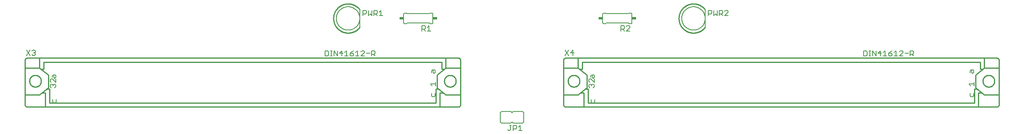
<source format=gbr>
G04 EAGLE Gerber RS-274X export*
G75*
%MOMM*%
%FSLAX34Y34*%
%LPD*%
%INSilkscreen Top*%
%IPPOS*%
%AMOC8*
5,1,8,0,0,1.08239X$1,22.5*%
G01*
%ADD10C,0.254000*%
%ADD11C,0.127000*%
%ADD12C,0.203200*%
%ADD13C,0.152400*%
%ADD14R,0.863600X0.609600*%


D10*
X139700Y158750D02*
X139700Y143510D01*
X146050Y100330D02*
X152400Y100330D01*
X152400Y69850D01*
X990600Y69850D02*
X990600Y100330D01*
X995680Y100330D01*
X1012190Y87630D02*
X1043940Y87630D01*
X1043940Y146050D01*
X1012190Y146050D01*
X993140Y130810D01*
X1003300Y143510D02*
X1003300Y158750D01*
X130810Y146050D02*
X99060Y146050D01*
X99060Y87630D01*
X130810Y146050D02*
X149860Y130810D01*
X130810Y87630D02*
X99060Y87630D01*
X99060Y66040D01*
X139700Y158750D02*
X1003300Y158750D01*
X990600Y69850D02*
X152400Y69850D01*
X1043940Y146050D02*
X1043940Y162560D01*
X1043940Y87630D02*
X1043940Y66040D01*
X1043940Y162560D02*
X1043938Y162700D01*
X1043932Y162840D01*
X1043923Y162980D01*
X1043909Y163119D01*
X1043892Y163258D01*
X1043871Y163396D01*
X1043846Y163534D01*
X1043817Y163671D01*
X1043785Y163807D01*
X1043748Y163942D01*
X1043708Y164076D01*
X1043665Y164209D01*
X1043617Y164341D01*
X1043567Y164472D01*
X1043512Y164601D01*
X1043454Y164728D01*
X1043393Y164854D01*
X1043328Y164978D01*
X1043259Y165100D01*
X1043188Y165220D01*
X1043113Y165338D01*
X1043035Y165455D01*
X1042953Y165569D01*
X1042869Y165680D01*
X1042781Y165789D01*
X1042691Y165896D01*
X1042597Y166001D01*
X1042501Y166102D01*
X1042402Y166201D01*
X1042301Y166297D01*
X1042196Y166391D01*
X1042089Y166481D01*
X1041980Y166569D01*
X1041869Y166653D01*
X1041755Y166735D01*
X1041638Y166813D01*
X1041520Y166888D01*
X1041400Y166959D01*
X1041278Y167028D01*
X1041154Y167093D01*
X1041028Y167154D01*
X1040901Y167212D01*
X1040772Y167267D01*
X1040641Y167317D01*
X1040509Y167365D01*
X1040376Y167408D01*
X1040242Y167448D01*
X1040107Y167485D01*
X1039971Y167517D01*
X1039834Y167546D01*
X1039696Y167571D01*
X1039558Y167592D01*
X1039419Y167609D01*
X1039280Y167623D01*
X1039140Y167632D01*
X1039000Y167638D01*
X1038860Y167640D01*
X1043940Y66040D02*
X1043938Y65900D01*
X1043932Y65760D01*
X1043923Y65620D01*
X1043909Y65481D01*
X1043892Y65342D01*
X1043871Y65204D01*
X1043846Y65066D01*
X1043817Y64929D01*
X1043785Y64793D01*
X1043748Y64658D01*
X1043708Y64524D01*
X1043665Y64391D01*
X1043617Y64259D01*
X1043567Y64128D01*
X1043512Y63999D01*
X1043454Y63872D01*
X1043393Y63746D01*
X1043328Y63622D01*
X1043259Y63500D01*
X1043188Y63380D01*
X1043113Y63262D01*
X1043035Y63145D01*
X1042953Y63031D01*
X1042869Y62920D01*
X1042781Y62811D01*
X1042691Y62704D01*
X1042597Y62599D01*
X1042501Y62498D01*
X1042402Y62399D01*
X1042301Y62303D01*
X1042196Y62209D01*
X1042089Y62119D01*
X1041980Y62031D01*
X1041869Y61947D01*
X1041755Y61865D01*
X1041638Y61787D01*
X1041520Y61712D01*
X1041400Y61641D01*
X1041278Y61572D01*
X1041154Y61507D01*
X1041028Y61446D01*
X1040901Y61388D01*
X1040772Y61333D01*
X1040641Y61283D01*
X1040509Y61235D01*
X1040376Y61192D01*
X1040242Y61152D01*
X1040107Y61115D01*
X1039971Y61083D01*
X1039834Y61054D01*
X1039696Y61029D01*
X1039558Y61008D01*
X1039419Y60991D01*
X1039280Y60977D01*
X1039140Y60968D01*
X1039000Y60962D01*
X1038860Y60960D01*
X99060Y146050D02*
X99060Y162560D01*
X104140Y167640D02*
X130810Y167640D01*
X1012190Y167640D01*
X1038860Y167640D01*
X143510Y60960D02*
X104140Y60960D01*
X143510Y60960D02*
X999490Y60960D01*
X1038860Y60960D01*
X104140Y167640D02*
X104000Y167638D01*
X103860Y167632D01*
X103720Y167623D01*
X103581Y167609D01*
X103442Y167592D01*
X103304Y167571D01*
X103166Y167546D01*
X103029Y167517D01*
X102893Y167485D01*
X102758Y167448D01*
X102624Y167408D01*
X102491Y167365D01*
X102359Y167317D01*
X102228Y167267D01*
X102099Y167212D01*
X101972Y167154D01*
X101846Y167093D01*
X101722Y167028D01*
X101600Y166959D01*
X101480Y166888D01*
X101362Y166813D01*
X101245Y166735D01*
X101131Y166653D01*
X101020Y166569D01*
X100911Y166481D01*
X100804Y166391D01*
X100699Y166297D01*
X100598Y166201D01*
X100499Y166102D01*
X100403Y166001D01*
X100309Y165896D01*
X100219Y165789D01*
X100131Y165680D01*
X100047Y165569D01*
X99965Y165455D01*
X99887Y165338D01*
X99812Y165220D01*
X99741Y165100D01*
X99672Y164978D01*
X99607Y164854D01*
X99546Y164728D01*
X99488Y164601D01*
X99433Y164472D01*
X99383Y164341D01*
X99335Y164209D01*
X99292Y164076D01*
X99252Y163942D01*
X99215Y163807D01*
X99183Y163671D01*
X99154Y163534D01*
X99129Y163396D01*
X99108Y163258D01*
X99091Y163119D01*
X99077Y162980D01*
X99068Y162840D01*
X99062Y162700D01*
X99060Y162560D01*
X99060Y66040D02*
X99062Y65900D01*
X99068Y65760D01*
X99077Y65620D01*
X99091Y65481D01*
X99108Y65342D01*
X99129Y65204D01*
X99154Y65066D01*
X99183Y64929D01*
X99215Y64793D01*
X99252Y64658D01*
X99292Y64524D01*
X99335Y64391D01*
X99383Y64259D01*
X99433Y64128D01*
X99488Y63999D01*
X99546Y63872D01*
X99607Y63746D01*
X99672Y63622D01*
X99741Y63500D01*
X99812Y63380D01*
X99887Y63262D01*
X99965Y63145D01*
X100047Y63031D01*
X100131Y62920D01*
X100219Y62811D01*
X100309Y62704D01*
X100403Y62599D01*
X100499Y62498D01*
X100598Y62399D01*
X100699Y62303D01*
X100804Y62209D01*
X100911Y62119D01*
X101020Y62031D01*
X101131Y61947D01*
X101245Y61865D01*
X101362Y61787D01*
X101480Y61712D01*
X101600Y61641D01*
X101722Y61572D01*
X101846Y61507D01*
X101972Y61446D01*
X102099Y61388D01*
X102228Y61333D01*
X102359Y61283D01*
X102491Y61235D01*
X102624Y61192D01*
X102758Y61152D01*
X102893Y61115D01*
X103029Y61083D01*
X103166Y61054D01*
X103304Y61029D01*
X103442Y61008D01*
X103581Y60991D01*
X103720Y60977D01*
X103860Y60968D01*
X104000Y60962D01*
X104140Y60960D01*
X149860Y102870D02*
X149860Y130810D01*
X149860Y102870D02*
X146050Y100330D01*
X149860Y102870D02*
X130810Y87630D01*
X993140Y102870D02*
X993140Y130810D01*
X993140Y102870D02*
X1012190Y87630D01*
X1012190Y146050D02*
X1012190Y167640D01*
X999490Y91440D02*
X999490Y60960D01*
X1003300Y143510D02*
X1008380Y143510D01*
X1007110Y91440D02*
X999490Y91440D01*
X143510Y91440D02*
X143510Y60960D01*
X130810Y146050D02*
X130810Y167640D01*
X134620Y143510D02*
X139700Y143510D01*
X143510Y91440D02*
X135890Y91440D01*
X108801Y117348D02*
X108805Y117660D01*
X108816Y117971D01*
X108835Y118282D01*
X108862Y118593D01*
X108897Y118903D01*
X108938Y119211D01*
X108988Y119519D01*
X109045Y119826D01*
X109110Y120131D01*
X109182Y120434D01*
X109261Y120735D01*
X109348Y121035D01*
X109442Y121332D01*
X109543Y121627D01*
X109652Y121919D01*
X109768Y122208D01*
X109891Y122495D01*
X110020Y122778D01*
X110157Y123058D01*
X110301Y123335D01*
X110451Y123608D01*
X110608Y123877D01*
X110771Y124142D01*
X110941Y124404D01*
X111118Y124661D01*
X111300Y124913D01*
X111489Y125161D01*
X111684Y125405D01*
X111884Y125643D01*
X112091Y125877D01*
X112303Y126105D01*
X112521Y126328D01*
X112744Y126546D01*
X112972Y126758D01*
X113206Y126965D01*
X113444Y127165D01*
X113688Y127360D01*
X113936Y127549D01*
X114188Y127731D01*
X114445Y127908D01*
X114707Y128078D01*
X114972Y128241D01*
X115241Y128398D01*
X115514Y128548D01*
X115791Y128692D01*
X116071Y128829D01*
X116354Y128958D01*
X116641Y129081D01*
X116930Y129197D01*
X117222Y129306D01*
X117517Y129407D01*
X117814Y129501D01*
X118114Y129588D01*
X118415Y129667D01*
X118718Y129739D01*
X119023Y129804D01*
X119330Y129861D01*
X119638Y129911D01*
X119946Y129952D01*
X120256Y129987D01*
X120567Y130014D01*
X120878Y130033D01*
X121189Y130044D01*
X121501Y130048D01*
X121813Y130044D01*
X122124Y130033D01*
X122435Y130014D01*
X122746Y129987D01*
X123056Y129952D01*
X123364Y129911D01*
X123672Y129861D01*
X123979Y129804D01*
X124284Y129739D01*
X124587Y129667D01*
X124888Y129588D01*
X125188Y129501D01*
X125485Y129407D01*
X125780Y129306D01*
X126072Y129197D01*
X126361Y129081D01*
X126648Y128958D01*
X126931Y128829D01*
X127211Y128692D01*
X127488Y128548D01*
X127761Y128398D01*
X128030Y128241D01*
X128295Y128078D01*
X128557Y127908D01*
X128814Y127731D01*
X129066Y127549D01*
X129314Y127360D01*
X129558Y127165D01*
X129796Y126965D01*
X130030Y126758D01*
X130258Y126546D01*
X130481Y126328D01*
X130699Y126105D01*
X130911Y125877D01*
X131118Y125643D01*
X131318Y125405D01*
X131513Y125161D01*
X131702Y124913D01*
X131884Y124661D01*
X132061Y124404D01*
X132231Y124142D01*
X132394Y123877D01*
X132551Y123608D01*
X132701Y123335D01*
X132845Y123058D01*
X132982Y122778D01*
X133111Y122495D01*
X133234Y122208D01*
X133350Y121919D01*
X133459Y121627D01*
X133560Y121332D01*
X133654Y121035D01*
X133741Y120735D01*
X133820Y120434D01*
X133892Y120131D01*
X133957Y119826D01*
X134014Y119519D01*
X134064Y119211D01*
X134105Y118903D01*
X134140Y118593D01*
X134167Y118282D01*
X134186Y117971D01*
X134197Y117660D01*
X134201Y117348D01*
X134197Y117036D01*
X134186Y116725D01*
X134167Y116414D01*
X134140Y116103D01*
X134105Y115793D01*
X134064Y115485D01*
X134014Y115177D01*
X133957Y114870D01*
X133892Y114565D01*
X133820Y114262D01*
X133741Y113961D01*
X133654Y113661D01*
X133560Y113364D01*
X133459Y113069D01*
X133350Y112777D01*
X133234Y112488D01*
X133111Y112201D01*
X132982Y111918D01*
X132845Y111638D01*
X132701Y111361D01*
X132551Y111088D01*
X132394Y110819D01*
X132231Y110554D01*
X132061Y110292D01*
X131884Y110035D01*
X131702Y109783D01*
X131513Y109535D01*
X131318Y109291D01*
X131118Y109053D01*
X130911Y108819D01*
X130699Y108591D01*
X130481Y108368D01*
X130258Y108150D01*
X130030Y107938D01*
X129796Y107731D01*
X129558Y107531D01*
X129314Y107336D01*
X129066Y107147D01*
X128814Y106965D01*
X128557Y106788D01*
X128295Y106618D01*
X128030Y106455D01*
X127761Y106298D01*
X127488Y106148D01*
X127211Y106004D01*
X126931Y105867D01*
X126648Y105738D01*
X126361Y105615D01*
X126072Y105499D01*
X125780Y105390D01*
X125485Y105289D01*
X125188Y105195D01*
X124888Y105108D01*
X124587Y105029D01*
X124284Y104957D01*
X123979Y104892D01*
X123672Y104835D01*
X123364Y104785D01*
X123056Y104744D01*
X122746Y104709D01*
X122435Y104682D01*
X122124Y104663D01*
X121813Y104652D01*
X121501Y104648D01*
X121189Y104652D01*
X120878Y104663D01*
X120567Y104682D01*
X120256Y104709D01*
X119946Y104744D01*
X119638Y104785D01*
X119330Y104835D01*
X119023Y104892D01*
X118718Y104957D01*
X118415Y105029D01*
X118114Y105108D01*
X117814Y105195D01*
X117517Y105289D01*
X117222Y105390D01*
X116930Y105499D01*
X116641Y105615D01*
X116354Y105738D01*
X116071Y105867D01*
X115791Y106004D01*
X115514Y106148D01*
X115241Y106298D01*
X114972Y106455D01*
X114707Y106618D01*
X114445Y106788D01*
X114188Y106965D01*
X113936Y107147D01*
X113688Y107336D01*
X113444Y107531D01*
X113206Y107731D01*
X112972Y107938D01*
X112744Y108150D01*
X112521Y108368D01*
X112303Y108591D01*
X112091Y108819D01*
X111884Y109053D01*
X111684Y109291D01*
X111489Y109535D01*
X111300Y109783D01*
X111118Y110035D01*
X110941Y110292D01*
X110771Y110554D01*
X110608Y110819D01*
X110451Y111088D01*
X110301Y111361D01*
X110157Y111638D01*
X110020Y111918D01*
X109891Y112201D01*
X109768Y112488D01*
X109652Y112777D01*
X109543Y113069D01*
X109442Y113364D01*
X109348Y113661D01*
X109261Y113961D01*
X109182Y114262D01*
X109110Y114565D01*
X109045Y114870D01*
X108988Y115177D01*
X108938Y115485D01*
X108897Y115793D01*
X108862Y116103D01*
X108835Y116414D01*
X108816Y116725D01*
X108805Y117036D01*
X108801Y117348D01*
X1008799Y117348D02*
X1008803Y117660D01*
X1008814Y117971D01*
X1008833Y118282D01*
X1008860Y118593D01*
X1008895Y118903D01*
X1008936Y119211D01*
X1008986Y119519D01*
X1009043Y119826D01*
X1009108Y120131D01*
X1009180Y120434D01*
X1009259Y120735D01*
X1009346Y121035D01*
X1009440Y121332D01*
X1009541Y121627D01*
X1009650Y121919D01*
X1009766Y122208D01*
X1009889Y122495D01*
X1010018Y122778D01*
X1010155Y123058D01*
X1010299Y123335D01*
X1010449Y123608D01*
X1010606Y123877D01*
X1010769Y124142D01*
X1010939Y124404D01*
X1011116Y124661D01*
X1011298Y124913D01*
X1011487Y125161D01*
X1011682Y125405D01*
X1011882Y125643D01*
X1012089Y125877D01*
X1012301Y126105D01*
X1012519Y126328D01*
X1012742Y126546D01*
X1012970Y126758D01*
X1013204Y126965D01*
X1013442Y127165D01*
X1013686Y127360D01*
X1013934Y127549D01*
X1014186Y127731D01*
X1014443Y127908D01*
X1014705Y128078D01*
X1014970Y128241D01*
X1015239Y128398D01*
X1015512Y128548D01*
X1015789Y128692D01*
X1016069Y128829D01*
X1016352Y128958D01*
X1016639Y129081D01*
X1016928Y129197D01*
X1017220Y129306D01*
X1017515Y129407D01*
X1017812Y129501D01*
X1018112Y129588D01*
X1018413Y129667D01*
X1018716Y129739D01*
X1019021Y129804D01*
X1019328Y129861D01*
X1019636Y129911D01*
X1019944Y129952D01*
X1020254Y129987D01*
X1020565Y130014D01*
X1020876Y130033D01*
X1021187Y130044D01*
X1021499Y130048D01*
X1021811Y130044D01*
X1022122Y130033D01*
X1022433Y130014D01*
X1022744Y129987D01*
X1023054Y129952D01*
X1023362Y129911D01*
X1023670Y129861D01*
X1023977Y129804D01*
X1024282Y129739D01*
X1024585Y129667D01*
X1024886Y129588D01*
X1025186Y129501D01*
X1025483Y129407D01*
X1025778Y129306D01*
X1026070Y129197D01*
X1026359Y129081D01*
X1026646Y128958D01*
X1026929Y128829D01*
X1027209Y128692D01*
X1027486Y128548D01*
X1027759Y128398D01*
X1028028Y128241D01*
X1028293Y128078D01*
X1028555Y127908D01*
X1028812Y127731D01*
X1029064Y127549D01*
X1029312Y127360D01*
X1029556Y127165D01*
X1029794Y126965D01*
X1030028Y126758D01*
X1030256Y126546D01*
X1030479Y126328D01*
X1030697Y126105D01*
X1030909Y125877D01*
X1031116Y125643D01*
X1031316Y125405D01*
X1031511Y125161D01*
X1031700Y124913D01*
X1031882Y124661D01*
X1032059Y124404D01*
X1032229Y124142D01*
X1032392Y123877D01*
X1032549Y123608D01*
X1032699Y123335D01*
X1032843Y123058D01*
X1032980Y122778D01*
X1033109Y122495D01*
X1033232Y122208D01*
X1033348Y121919D01*
X1033457Y121627D01*
X1033558Y121332D01*
X1033652Y121035D01*
X1033739Y120735D01*
X1033818Y120434D01*
X1033890Y120131D01*
X1033955Y119826D01*
X1034012Y119519D01*
X1034062Y119211D01*
X1034103Y118903D01*
X1034138Y118593D01*
X1034165Y118282D01*
X1034184Y117971D01*
X1034195Y117660D01*
X1034199Y117348D01*
X1034195Y117036D01*
X1034184Y116725D01*
X1034165Y116414D01*
X1034138Y116103D01*
X1034103Y115793D01*
X1034062Y115485D01*
X1034012Y115177D01*
X1033955Y114870D01*
X1033890Y114565D01*
X1033818Y114262D01*
X1033739Y113961D01*
X1033652Y113661D01*
X1033558Y113364D01*
X1033457Y113069D01*
X1033348Y112777D01*
X1033232Y112488D01*
X1033109Y112201D01*
X1032980Y111918D01*
X1032843Y111638D01*
X1032699Y111361D01*
X1032549Y111088D01*
X1032392Y110819D01*
X1032229Y110554D01*
X1032059Y110292D01*
X1031882Y110035D01*
X1031700Y109783D01*
X1031511Y109535D01*
X1031316Y109291D01*
X1031116Y109053D01*
X1030909Y108819D01*
X1030697Y108591D01*
X1030479Y108368D01*
X1030256Y108150D01*
X1030028Y107938D01*
X1029794Y107731D01*
X1029556Y107531D01*
X1029312Y107336D01*
X1029064Y107147D01*
X1028812Y106965D01*
X1028555Y106788D01*
X1028293Y106618D01*
X1028028Y106455D01*
X1027759Y106298D01*
X1027486Y106148D01*
X1027209Y106004D01*
X1026929Y105867D01*
X1026646Y105738D01*
X1026359Y105615D01*
X1026070Y105499D01*
X1025778Y105390D01*
X1025483Y105289D01*
X1025186Y105195D01*
X1024886Y105108D01*
X1024585Y105029D01*
X1024282Y104957D01*
X1023977Y104892D01*
X1023670Y104835D01*
X1023362Y104785D01*
X1023054Y104744D01*
X1022744Y104709D01*
X1022433Y104682D01*
X1022122Y104663D01*
X1021811Y104652D01*
X1021499Y104648D01*
X1021187Y104652D01*
X1020876Y104663D01*
X1020565Y104682D01*
X1020254Y104709D01*
X1019944Y104744D01*
X1019636Y104785D01*
X1019328Y104835D01*
X1019021Y104892D01*
X1018716Y104957D01*
X1018413Y105029D01*
X1018112Y105108D01*
X1017812Y105195D01*
X1017515Y105289D01*
X1017220Y105390D01*
X1016928Y105499D01*
X1016639Y105615D01*
X1016352Y105738D01*
X1016069Y105867D01*
X1015789Y106004D01*
X1015512Y106148D01*
X1015239Y106298D01*
X1014970Y106455D01*
X1014705Y106618D01*
X1014443Y106788D01*
X1014186Y106965D01*
X1013934Y107147D01*
X1013686Y107336D01*
X1013442Y107531D01*
X1013204Y107731D01*
X1012970Y107938D01*
X1012742Y108150D01*
X1012519Y108368D01*
X1012301Y108591D01*
X1012089Y108819D01*
X1011882Y109053D01*
X1011682Y109291D01*
X1011487Y109535D01*
X1011298Y109783D01*
X1011116Y110035D01*
X1010939Y110292D01*
X1010769Y110554D01*
X1010606Y110819D01*
X1010449Y111088D01*
X1010299Y111361D01*
X1010155Y111638D01*
X1010018Y111918D01*
X1009889Y112201D01*
X1009766Y112488D01*
X1009650Y112777D01*
X1009541Y113069D01*
X1009440Y113364D01*
X1009346Y113661D01*
X1009259Y113961D01*
X1009180Y114262D01*
X1009108Y114565D01*
X1009043Y114870D01*
X1008986Y115177D01*
X1008936Y115485D01*
X1008895Y115793D01*
X1008860Y116103D01*
X1008833Y116414D01*
X1008814Y116725D01*
X1008803Y117036D01*
X1008799Y117348D01*
D11*
X156202Y102977D02*
X154295Y104884D01*
X154295Y108697D01*
X156202Y110604D01*
X158109Y110604D01*
X160015Y108697D01*
X160015Y106790D01*
X160015Y108697D02*
X161922Y110604D01*
X163828Y110604D01*
X165735Y108697D01*
X165735Y104884D01*
X163828Y102977D01*
X165735Y114671D02*
X165735Y122298D01*
X158109Y122298D02*
X165735Y114671D01*
X158109Y122298D02*
X156202Y122298D01*
X154295Y120391D01*
X154295Y116578D01*
X156202Y114671D01*
X158109Y125204D02*
X158109Y129017D01*
X160015Y130924D01*
X165735Y130924D01*
X165735Y125204D01*
X163828Y123297D01*
X161922Y125204D01*
X161922Y130924D01*
X159379Y77584D02*
X159379Y71864D01*
X161285Y69957D01*
X165098Y69957D01*
X167005Y71864D01*
X167005Y77584D01*
X978525Y110864D02*
X982339Y107051D01*
X978525Y110864D02*
X989965Y110864D01*
X989965Y107051D02*
X989965Y114678D01*
X981069Y135628D02*
X981069Y139441D01*
X982975Y141348D01*
X988695Y141348D01*
X988695Y135628D01*
X986788Y133721D01*
X984882Y135628D01*
X984882Y141348D01*
X981069Y90548D02*
X981069Y84828D01*
X982975Y82921D01*
X986788Y82921D01*
X988695Y84828D01*
X988695Y90548D01*
X749935Y172085D02*
X749935Y183525D01*
X749935Y172085D02*
X755655Y172085D01*
X757562Y173992D01*
X757562Y181618D01*
X755655Y183525D01*
X749935Y183525D01*
X761629Y172085D02*
X765442Y172085D01*
X763536Y172085D02*
X763536Y183525D01*
X765442Y183525D02*
X761629Y183525D01*
X769425Y183525D02*
X769425Y172085D01*
X777051Y172085D02*
X769425Y183525D01*
X777051Y183525D02*
X777051Y172085D01*
X786839Y172085D02*
X786839Y183525D01*
X781119Y177805D01*
X788745Y177805D01*
X792813Y179712D02*
X796626Y183525D01*
X796626Y172085D01*
X792813Y172085D02*
X800439Y172085D01*
X808320Y181618D02*
X812133Y183525D01*
X808320Y181618D02*
X804507Y177805D01*
X804507Y173992D01*
X806413Y172085D01*
X810227Y172085D01*
X812133Y173992D01*
X812133Y175898D01*
X810227Y177805D01*
X804507Y177805D01*
X816201Y179712D02*
X820014Y183525D01*
X820014Y172085D01*
X816201Y172085D02*
X823827Y172085D01*
X827895Y172085D02*
X835521Y172085D01*
X827895Y172085D02*
X835521Y179712D01*
X835521Y181618D01*
X833615Y183525D01*
X829801Y183525D01*
X827895Y181618D01*
X839589Y177805D02*
X847215Y177805D01*
X851283Y172085D02*
X851283Y183525D01*
X857003Y183525D01*
X858909Y181618D01*
X858909Y177805D01*
X857003Y175898D01*
X851283Y175898D01*
X855096Y175898D02*
X858909Y172085D01*
X109862Y173355D02*
X102235Y184795D01*
X109862Y184795D02*
X102235Y173355D01*
X113929Y182888D02*
X115836Y184795D01*
X119649Y184795D01*
X121555Y182888D01*
X121555Y180982D01*
X119649Y179075D01*
X117742Y179075D01*
X119649Y179075D02*
X121555Y177168D01*
X121555Y175262D01*
X119649Y173355D01*
X115836Y173355D01*
X113929Y175262D01*
D10*
X1308100Y158750D02*
X1308100Y143510D01*
X1314450Y100330D02*
X1320800Y100330D01*
X1320800Y69850D01*
X2159000Y69850D02*
X2159000Y100330D01*
X2164080Y100330D01*
X2180590Y87630D02*
X2212340Y87630D01*
X2212340Y146050D01*
X2180590Y146050D01*
X2161540Y130810D01*
X2171700Y143510D02*
X2171700Y158750D01*
X1299210Y146050D02*
X1267460Y146050D01*
X1267460Y87630D01*
X1299210Y146050D02*
X1318260Y130810D01*
X1299210Y87630D02*
X1267460Y87630D01*
X1267460Y66040D01*
X1308100Y158750D02*
X2171700Y158750D01*
X2159000Y69850D02*
X1320800Y69850D01*
X2212340Y146050D02*
X2212340Y162560D01*
X2212340Y87630D02*
X2212340Y66040D01*
X2212340Y162560D02*
X2212338Y162700D01*
X2212332Y162840D01*
X2212323Y162980D01*
X2212309Y163119D01*
X2212292Y163258D01*
X2212271Y163396D01*
X2212246Y163534D01*
X2212217Y163671D01*
X2212185Y163807D01*
X2212148Y163942D01*
X2212108Y164076D01*
X2212065Y164209D01*
X2212017Y164341D01*
X2211967Y164472D01*
X2211912Y164601D01*
X2211854Y164728D01*
X2211793Y164854D01*
X2211728Y164978D01*
X2211659Y165100D01*
X2211588Y165220D01*
X2211513Y165338D01*
X2211435Y165455D01*
X2211353Y165569D01*
X2211269Y165680D01*
X2211181Y165789D01*
X2211091Y165896D01*
X2210997Y166001D01*
X2210901Y166102D01*
X2210802Y166201D01*
X2210701Y166297D01*
X2210596Y166391D01*
X2210489Y166481D01*
X2210380Y166569D01*
X2210269Y166653D01*
X2210155Y166735D01*
X2210038Y166813D01*
X2209920Y166888D01*
X2209800Y166959D01*
X2209678Y167028D01*
X2209554Y167093D01*
X2209428Y167154D01*
X2209301Y167212D01*
X2209172Y167267D01*
X2209041Y167317D01*
X2208909Y167365D01*
X2208776Y167408D01*
X2208642Y167448D01*
X2208507Y167485D01*
X2208371Y167517D01*
X2208234Y167546D01*
X2208096Y167571D01*
X2207958Y167592D01*
X2207819Y167609D01*
X2207680Y167623D01*
X2207540Y167632D01*
X2207400Y167638D01*
X2207260Y167640D01*
X2212340Y66040D02*
X2212338Y65900D01*
X2212332Y65760D01*
X2212323Y65620D01*
X2212309Y65481D01*
X2212292Y65342D01*
X2212271Y65204D01*
X2212246Y65066D01*
X2212217Y64929D01*
X2212185Y64793D01*
X2212148Y64658D01*
X2212108Y64524D01*
X2212065Y64391D01*
X2212017Y64259D01*
X2211967Y64128D01*
X2211912Y63999D01*
X2211854Y63872D01*
X2211793Y63746D01*
X2211728Y63622D01*
X2211659Y63500D01*
X2211588Y63380D01*
X2211513Y63262D01*
X2211435Y63145D01*
X2211353Y63031D01*
X2211269Y62920D01*
X2211181Y62811D01*
X2211091Y62704D01*
X2210997Y62599D01*
X2210901Y62498D01*
X2210802Y62399D01*
X2210701Y62303D01*
X2210596Y62209D01*
X2210489Y62119D01*
X2210380Y62031D01*
X2210269Y61947D01*
X2210155Y61865D01*
X2210038Y61787D01*
X2209920Y61712D01*
X2209800Y61641D01*
X2209678Y61572D01*
X2209554Y61507D01*
X2209428Y61446D01*
X2209301Y61388D01*
X2209172Y61333D01*
X2209041Y61283D01*
X2208909Y61235D01*
X2208776Y61192D01*
X2208642Y61152D01*
X2208507Y61115D01*
X2208371Y61083D01*
X2208234Y61054D01*
X2208096Y61029D01*
X2207958Y61008D01*
X2207819Y60991D01*
X2207680Y60977D01*
X2207540Y60968D01*
X2207400Y60962D01*
X2207260Y60960D01*
X1267460Y146050D02*
X1267460Y162560D01*
X1272540Y167640D02*
X1299210Y167640D01*
X2180590Y167640D01*
X2207260Y167640D01*
X1311910Y60960D02*
X1272540Y60960D01*
X1311910Y60960D02*
X2167890Y60960D01*
X2207260Y60960D01*
X1272540Y167640D02*
X1272400Y167638D01*
X1272260Y167632D01*
X1272120Y167623D01*
X1271981Y167609D01*
X1271842Y167592D01*
X1271704Y167571D01*
X1271566Y167546D01*
X1271429Y167517D01*
X1271293Y167485D01*
X1271158Y167448D01*
X1271024Y167408D01*
X1270891Y167365D01*
X1270759Y167317D01*
X1270628Y167267D01*
X1270499Y167212D01*
X1270372Y167154D01*
X1270246Y167093D01*
X1270122Y167028D01*
X1270000Y166959D01*
X1269880Y166888D01*
X1269762Y166813D01*
X1269645Y166735D01*
X1269531Y166653D01*
X1269420Y166569D01*
X1269311Y166481D01*
X1269204Y166391D01*
X1269099Y166297D01*
X1268998Y166201D01*
X1268899Y166102D01*
X1268803Y166001D01*
X1268709Y165896D01*
X1268619Y165789D01*
X1268531Y165680D01*
X1268447Y165569D01*
X1268365Y165455D01*
X1268287Y165338D01*
X1268212Y165220D01*
X1268141Y165100D01*
X1268072Y164978D01*
X1268007Y164854D01*
X1267946Y164728D01*
X1267888Y164601D01*
X1267833Y164472D01*
X1267783Y164341D01*
X1267735Y164209D01*
X1267692Y164076D01*
X1267652Y163942D01*
X1267615Y163807D01*
X1267583Y163671D01*
X1267554Y163534D01*
X1267529Y163396D01*
X1267508Y163258D01*
X1267491Y163119D01*
X1267477Y162980D01*
X1267468Y162840D01*
X1267462Y162700D01*
X1267460Y162560D01*
X1267460Y66040D02*
X1267462Y65900D01*
X1267468Y65760D01*
X1267477Y65620D01*
X1267491Y65481D01*
X1267508Y65342D01*
X1267529Y65204D01*
X1267554Y65066D01*
X1267583Y64929D01*
X1267615Y64793D01*
X1267652Y64658D01*
X1267692Y64524D01*
X1267735Y64391D01*
X1267783Y64259D01*
X1267833Y64128D01*
X1267888Y63999D01*
X1267946Y63872D01*
X1268007Y63746D01*
X1268072Y63622D01*
X1268141Y63500D01*
X1268212Y63380D01*
X1268287Y63262D01*
X1268365Y63145D01*
X1268447Y63031D01*
X1268531Y62920D01*
X1268619Y62811D01*
X1268709Y62704D01*
X1268803Y62599D01*
X1268899Y62498D01*
X1268998Y62399D01*
X1269099Y62303D01*
X1269204Y62209D01*
X1269311Y62119D01*
X1269420Y62031D01*
X1269531Y61947D01*
X1269645Y61865D01*
X1269762Y61787D01*
X1269880Y61712D01*
X1270000Y61641D01*
X1270122Y61572D01*
X1270246Y61507D01*
X1270372Y61446D01*
X1270499Y61388D01*
X1270628Y61333D01*
X1270759Y61283D01*
X1270891Y61235D01*
X1271024Y61192D01*
X1271158Y61152D01*
X1271293Y61115D01*
X1271429Y61083D01*
X1271566Y61054D01*
X1271704Y61029D01*
X1271842Y61008D01*
X1271981Y60991D01*
X1272120Y60977D01*
X1272260Y60968D01*
X1272400Y60962D01*
X1272540Y60960D01*
X1318260Y102870D02*
X1318260Y130810D01*
X1318260Y102870D02*
X1314450Y100330D01*
X1318260Y102870D02*
X1299210Y87630D01*
X2161540Y102870D02*
X2161540Y130810D01*
X2161540Y102870D02*
X2180590Y87630D01*
X2180590Y146050D02*
X2180590Y167640D01*
X2167890Y91440D02*
X2167890Y60960D01*
X2171700Y143510D02*
X2176780Y143510D01*
X2175510Y91440D02*
X2167890Y91440D01*
X1311910Y91440D02*
X1311910Y60960D01*
X1299210Y146050D02*
X1299210Y167640D01*
X1303020Y143510D02*
X1308100Y143510D01*
X1311910Y91440D02*
X1304290Y91440D01*
X1277201Y117348D02*
X1277205Y117660D01*
X1277216Y117971D01*
X1277235Y118282D01*
X1277262Y118593D01*
X1277297Y118903D01*
X1277338Y119211D01*
X1277388Y119519D01*
X1277445Y119826D01*
X1277510Y120131D01*
X1277582Y120434D01*
X1277661Y120735D01*
X1277748Y121035D01*
X1277842Y121332D01*
X1277943Y121627D01*
X1278052Y121919D01*
X1278168Y122208D01*
X1278291Y122495D01*
X1278420Y122778D01*
X1278557Y123058D01*
X1278701Y123335D01*
X1278851Y123608D01*
X1279008Y123877D01*
X1279171Y124142D01*
X1279341Y124404D01*
X1279518Y124661D01*
X1279700Y124913D01*
X1279889Y125161D01*
X1280084Y125405D01*
X1280284Y125643D01*
X1280491Y125877D01*
X1280703Y126105D01*
X1280921Y126328D01*
X1281144Y126546D01*
X1281372Y126758D01*
X1281606Y126965D01*
X1281844Y127165D01*
X1282088Y127360D01*
X1282336Y127549D01*
X1282588Y127731D01*
X1282845Y127908D01*
X1283107Y128078D01*
X1283372Y128241D01*
X1283641Y128398D01*
X1283914Y128548D01*
X1284191Y128692D01*
X1284471Y128829D01*
X1284754Y128958D01*
X1285041Y129081D01*
X1285330Y129197D01*
X1285622Y129306D01*
X1285917Y129407D01*
X1286214Y129501D01*
X1286514Y129588D01*
X1286815Y129667D01*
X1287118Y129739D01*
X1287423Y129804D01*
X1287730Y129861D01*
X1288038Y129911D01*
X1288346Y129952D01*
X1288656Y129987D01*
X1288967Y130014D01*
X1289278Y130033D01*
X1289589Y130044D01*
X1289901Y130048D01*
X1290213Y130044D01*
X1290524Y130033D01*
X1290835Y130014D01*
X1291146Y129987D01*
X1291456Y129952D01*
X1291764Y129911D01*
X1292072Y129861D01*
X1292379Y129804D01*
X1292684Y129739D01*
X1292987Y129667D01*
X1293288Y129588D01*
X1293588Y129501D01*
X1293885Y129407D01*
X1294180Y129306D01*
X1294472Y129197D01*
X1294761Y129081D01*
X1295048Y128958D01*
X1295331Y128829D01*
X1295611Y128692D01*
X1295888Y128548D01*
X1296161Y128398D01*
X1296430Y128241D01*
X1296695Y128078D01*
X1296957Y127908D01*
X1297214Y127731D01*
X1297466Y127549D01*
X1297714Y127360D01*
X1297958Y127165D01*
X1298196Y126965D01*
X1298430Y126758D01*
X1298658Y126546D01*
X1298881Y126328D01*
X1299099Y126105D01*
X1299311Y125877D01*
X1299518Y125643D01*
X1299718Y125405D01*
X1299913Y125161D01*
X1300102Y124913D01*
X1300284Y124661D01*
X1300461Y124404D01*
X1300631Y124142D01*
X1300794Y123877D01*
X1300951Y123608D01*
X1301101Y123335D01*
X1301245Y123058D01*
X1301382Y122778D01*
X1301511Y122495D01*
X1301634Y122208D01*
X1301750Y121919D01*
X1301859Y121627D01*
X1301960Y121332D01*
X1302054Y121035D01*
X1302141Y120735D01*
X1302220Y120434D01*
X1302292Y120131D01*
X1302357Y119826D01*
X1302414Y119519D01*
X1302464Y119211D01*
X1302505Y118903D01*
X1302540Y118593D01*
X1302567Y118282D01*
X1302586Y117971D01*
X1302597Y117660D01*
X1302601Y117348D01*
X1302597Y117036D01*
X1302586Y116725D01*
X1302567Y116414D01*
X1302540Y116103D01*
X1302505Y115793D01*
X1302464Y115485D01*
X1302414Y115177D01*
X1302357Y114870D01*
X1302292Y114565D01*
X1302220Y114262D01*
X1302141Y113961D01*
X1302054Y113661D01*
X1301960Y113364D01*
X1301859Y113069D01*
X1301750Y112777D01*
X1301634Y112488D01*
X1301511Y112201D01*
X1301382Y111918D01*
X1301245Y111638D01*
X1301101Y111361D01*
X1300951Y111088D01*
X1300794Y110819D01*
X1300631Y110554D01*
X1300461Y110292D01*
X1300284Y110035D01*
X1300102Y109783D01*
X1299913Y109535D01*
X1299718Y109291D01*
X1299518Y109053D01*
X1299311Y108819D01*
X1299099Y108591D01*
X1298881Y108368D01*
X1298658Y108150D01*
X1298430Y107938D01*
X1298196Y107731D01*
X1297958Y107531D01*
X1297714Y107336D01*
X1297466Y107147D01*
X1297214Y106965D01*
X1296957Y106788D01*
X1296695Y106618D01*
X1296430Y106455D01*
X1296161Y106298D01*
X1295888Y106148D01*
X1295611Y106004D01*
X1295331Y105867D01*
X1295048Y105738D01*
X1294761Y105615D01*
X1294472Y105499D01*
X1294180Y105390D01*
X1293885Y105289D01*
X1293588Y105195D01*
X1293288Y105108D01*
X1292987Y105029D01*
X1292684Y104957D01*
X1292379Y104892D01*
X1292072Y104835D01*
X1291764Y104785D01*
X1291456Y104744D01*
X1291146Y104709D01*
X1290835Y104682D01*
X1290524Y104663D01*
X1290213Y104652D01*
X1289901Y104648D01*
X1289589Y104652D01*
X1289278Y104663D01*
X1288967Y104682D01*
X1288656Y104709D01*
X1288346Y104744D01*
X1288038Y104785D01*
X1287730Y104835D01*
X1287423Y104892D01*
X1287118Y104957D01*
X1286815Y105029D01*
X1286514Y105108D01*
X1286214Y105195D01*
X1285917Y105289D01*
X1285622Y105390D01*
X1285330Y105499D01*
X1285041Y105615D01*
X1284754Y105738D01*
X1284471Y105867D01*
X1284191Y106004D01*
X1283914Y106148D01*
X1283641Y106298D01*
X1283372Y106455D01*
X1283107Y106618D01*
X1282845Y106788D01*
X1282588Y106965D01*
X1282336Y107147D01*
X1282088Y107336D01*
X1281844Y107531D01*
X1281606Y107731D01*
X1281372Y107938D01*
X1281144Y108150D01*
X1280921Y108368D01*
X1280703Y108591D01*
X1280491Y108819D01*
X1280284Y109053D01*
X1280084Y109291D01*
X1279889Y109535D01*
X1279700Y109783D01*
X1279518Y110035D01*
X1279341Y110292D01*
X1279171Y110554D01*
X1279008Y110819D01*
X1278851Y111088D01*
X1278701Y111361D01*
X1278557Y111638D01*
X1278420Y111918D01*
X1278291Y112201D01*
X1278168Y112488D01*
X1278052Y112777D01*
X1277943Y113069D01*
X1277842Y113364D01*
X1277748Y113661D01*
X1277661Y113961D01*
X1277582Y114262D01*
X1277510Y114565D01*
X1277445Y114870D01*
X1277388Y115177D01*
X1277338Y115485D01*
X1277297Y115793D01*
X1277262Y116103D01*
X1277235Y116414D01*
X1277216Y116725D01*
X1277205Y117036D01*
X1277201Y117348D01*
X2177199Y117348D02*
X2177203Y117660D01*
X2177214Y117971D01*
X2177233Y118282D01*
X2177260Y118593D01*
X2177295Y118903D01*
X2177336Y119211D01*
X2177386Y119519D01*
X2177443Y119826D01*
X2177508Y120131D01*
X2177580Y120434D01*
X2177659Y120735D01*
X2177746Y121035D01*
X2177840Y121332D01*
X2177941Y121627D01*
X2178050Y121919D01*
X2178166Y122208D01*
X2178289Y122495D01*
X2178418Y122778D01*
X2178555Y123058D01*
X2178699Y123335D01*
X2178849Y123608D01*
X2179006Y123877D01*
X2179169Y124142D01*
X2179339Y124404D01*
X2179516Y124661D01*
X2179698Y124913D01*
X2179887Y125161D01*
X2180082Y125405D01*
X2180282Y125643D01*
X2180489Y125877D01*
X2180701Y126105D01*
X2180919Y126328D01*
X2181142Y126546D01*
X2181370Y126758D01*
X2181604Y126965D01*
X2181842Y127165D01*
X2182086Y127360D01*
X2182334Y127549D01*
X2182586Y127731D01*
X2182843Y127908D01*
X2183105Y128078D01*
X2183370Y128241D01*
X2183639Y128398D01*
X2183912Y128548D01*
X2184189Y128692D01*
X2184469Y128829D01*
X2184752Y128958D01*
X2185039Y129081D01*
X2185328Y129197D01*
X2185620Y129306D01*
X2185915Y129407D01*
X2186212Y129501D01*
X2186512Y129588D01*
X2186813Y129667D01*
X2187116Y129739D01*
X2187421Y129804D01*
X2187728Y129861D01*
X2188036Y129911D01*
X2188344Y129952D01*
X2188654Y129987D01*
X2188965Y130014D01*
X2189276Y130033D01*
X2189587Y130044D01*
X2189899Y130048D01*
X2190211Y130044D01*
X2190522Y130033D01*
X2190833Y130014D01*
X2191144Y129987D01*
X2191454Y129952D01*
X2191762Y129911D01*
X2192070Y129861D01*
X2192377Y129804D01*
X2192682Y129739D01*
X2192985Y129667D01*
X2193286Y129588D01*
X2193586Y129501D01*
X2193883Y129407D01*
X2194178Y129306D01*
X2194470Y129197D01*
X2194759Y129081D01*
X2195046Y128958D01*
X2195329Y128829D01*
X2195609Y128692D01*
X2195886Y128548D01*
X2196159Y128398D01*
X2196428Y128241D01*
X2196693Y128078D01*
X2196955Y127908D01*
X2197212Y127731D01*
X2197464Y127549D01*
X2197712Y127360D01*
X2197956Y127165D01*
X2198194Y126965D01*
X2198428Y126758D01*
X2198656Y126546D01*
X2198879Y126328D01*
X2199097Y126105D01*
X2199309Y125877D01*
X2199516Y125643D01*
X2199716Y125405D01*
X2199911Y125161D01*
X2200100Y124913D01*
X2200282Y124661D01*
X2200459Y124404D01*
X2200629Y124142D01*
X2200792Y123877D01*
X2200949Y123608D01*
X2201099Y123335D01*
X2201243Y123058D01*
X2201380Y122778D01*
X2201509Y122495D01*
X2201632Y122208D01*
X2201748Y121919D01*
X2201857Y121627D01*
X2201958Y121332D01*
X2202052Y121035D01*
X2202139Y120735D01*
X2202218Y120434D01*
X2202290Y120131D01*
X2202355Y119826D01*
X2202412Y119519D01*
X2202462Y119211D01*
X2202503Y118903D01*
X2202538Y118593D01*
X2202565Y118282D01*
X2202584Y117971D01*
X2202595Y117660D01*
X2202599Y117348D01*
X2202595Y117036D01*
X2202584Y116725D01*
X2202565Y116414D01*
X2202538Y116103D01*
X2202503Y115793D01*
X2202462Y115485D01*
X2202412Y115177D01*
X2202355Y114870D01*
X2202290Y114565D01*
X2202218Y114262D01*
X2202139Y113961D01*
X2202052Y113661D01*
X2201958Y113364D01*
X2201857Y113069D01*
X2201748Y112777D01*
X2201632Y112488D01*
X2201509Y112201D01*
X2201380Y111918D01*
X2201243Y111638D01*
X2201099Y111361D01*
X2200949Y111088D01*
X2200792Y110819D01*
X2200629Y110554D01*
X2200459Y110292D01*
X2200282Y110035D01*
X2200100Y109783D01*
X2199911Y109535D01*
X2199716Y109291D01*
X2199516Y109053D01*
X2199309Y108819D01*
X2199097Y108591D01*
X2198879Y108368D01*
X2198656Y108150D01*
X2198428Y107938D01*
X2198194Y107731D01*
X2197956Y107531D01*
X2197712Y107336D01*
X2197464Y107147D01*
X2197212Y106965D01*
X2196955Y106788D01*
X2196693Y106618D01*
X2196428Y106455D01*
X2196159Y106298D01*
X2195886Y106148D01*
X2195609Y106004D01*
X2195329Y105867D01*
X2195046Y105738D01*
X2194759Y105615D01*
X2194470Y105499D01*
X2194178Y105390D01*
X2193883Y105289D01*
X2193586Y105195D01*
X2193286Y105108D01*
X2192985Y105029D01*
X2192682Y104957D01*
X2192377Y104892D01*
X2192070Y104835D01*
X2191762Y104785D01*
X2191454Y104744D01*
X2191144Y104709D01*
X2190833Y104682D01*
X2190522Y104663D01*
X2190211Y104652D01*
X2189899Y104648D01*
X2189587Y104652D01*
X2189276Y104663D01*
X2188965Y104682D01*
X2188654Y104709D01*
X2188344Y104744D01*
X2188036Y104785D01*
X2187728Y104835D01*
X2187421Y104892D01*
X2187116Y104957D01*
X2186813Y105029D01*
X2186512Y105108D01*
X2186212Y105195D01*
X2185915Y105289D01*
X2185620Y105390D01*
X2185328Y105499D01*
X2185039Y105615D01*
X2184752Y105738D01*
X2184469Y105867D01*
X2184189Y106004D01*
X2183912Y106148D01*
X2183639Y106298D01*
X2183370Y106455D01*
X2183105Y106618D01*
X2182843Y106788D01*
X2182586Y106965D01*
X2182334Y107147D01*
X2182086Y107336D01*
X2181842Y107531D01*
X2181604Y107731D01*
X2181370Y107938D01*
X2181142Y108150D01*
X2180919Y108368D01*
X2180701Y108591D01*
X2180489Y108819D01*
X2180282Y109053D01*
X2180082Y109291D01*
X2179887Y109535D01*
X2179698Y109783D01*
X2179516Y110035D01*
X2179339Y110292D01*
X2179169Y110554D01*
X2179006Y110819D01*
X2178849Y111088D01*
X2178699Y111361D01*
X2178555Y111638D01*
X2178418Y111918D01*
X2178289Y112201D01*
X2178166Y112488D01*
X2178050Y112777D01*
X2177941Y113069D01*
X2177840Y113364D01*
X2177746Y113661D01*
X2177659Y113961D01*
X2177580Y114262D01*
X2177508Y114565D01*
X2177443Y114870D01*
X2177386Y115177D01*
X2177336Y115485D01*
X2177295Y115793D01*
X2177260Y116103D01*
X2177233Y116414D01*
X2177214Y116725D01*
X2177203Y117036D01*
X2177199Y117348D01*
D11*
X1324602Y102977D02*
X1322695Y104884D01*
X1322695Y108697D01*
X1324602Y110604D01*
X1326509Y110604D01*
X1328415Y108697D01*
X1328415Y106790D01*
X1328415Y108697D02*
X1330322Y110604D01*
X1332228Y110604D01*
X1334135Y108697D01*
X1334135Y104884D01*
X1332228Y102977D01*
X1334135Y114671D02*
X1334135Y122298D01*
X1326509Y122298D02*
X1334135Y114671D01*
X1326509Y122298D02*
X1324602Y122298D01*
X1322695Y120391D01*
X1322695Y116578D01*
X1324602Y114671D01*
X1326509Y125204D02*
X1326509Y129017D01*
X1328415Y130924D01*
X1334135Y130924D01*
X1334135Y125204D01*
X1332228Y123297D01*
X1330322Y125204D01*
X1330322Y130924D01*
X1327779Y77584D02*
X1327779Y71864D01*
X1329685Y69957D01*
X1333498Y69957D01*
X1335405Y71864D01*
X1335405Y77584D01*
X2146925Y110864D02*
X2150739Y107051D01*
X2146925Y110864D02*
X2158365Y110864D01*
X2158365Y107051D02*
X2158365Y114678D01*
X2149469Y135628D02*
X2149469Y139441D01*
X2151375Y141348D01*
X2157095Y141348D01*
X2157095Y135628D01*
X2155188Y133721D01*
X2153282Y135628D01*
X2153282Y141348D01*
X2149469Y90548D02*
X2149469Y84828D01*
X2151375Y82921D01*
X2155188Y82921D01*
X2157095Y84828D01*
X2157095Y90548D01*
X1918335Y172085D02*
X1918335Y183525D01*
X1918335Y172085D02*
X1924055Y172085D01*
X1925962Y173992D01*
X1925962Y181618D01*
X1924055Y183525D01*
X1918335Y183525D01*
X1930029Y172085D02*
X1933842Y172085D01*
X1931936Y172085D02*
X1931936Y183525D01*
X1933842Y183525D02*
X1930029Y183525D01*
X1937825Y183525D02*
X1937825Y172085D01*
X1945451Y172085D02*
X1937825Y183525D01*
X1945451Y183525D02*
X1945451Y172085D01*
X1955239Y172085D02*
X1955239Y183525D01*
X1949519Y177805D01*
X1957145Y177805D01*
X1961213Y179712D02*
X1965026Y183525D01*
X1965026Y172085D01*
X1961213Y172085D02*
X1968839Y172085D01*
X1976720Y181618D02*
X1980533Y183525D01*
X1976720Y181618D02*
X1972907Y177805D01*
X1972907Y173992D01*
X1974813Y172085D01*
X1978627Y172085D01*
X1980533Y173992D01*
X1980533Y175898D01*
X1978627Y177805D01*
X1972907Y177805D01*
X1984601Y179712D02*
X1988414Y183525D01*
X1988414Y172085D01*
X1984601Y172085D02*
X1992227Y172085D01*
X1996295Y172085D02*
X2003921Y172085D01*
X1996295Y172085D02*
X2003921Y179712D01*
X2003921Y181618D01*
X2002015Y183525D01*
X1998201Y183525D01*
X1996295Y181618D01*
X2007989Y177805D02*
X2015615Y177805D01*
X2019683Y172085D02*
X2019683Y183525D01*
X2025403Y183525D01*
X2027309Y181618D01*
X2027309Y177805D01*
X2025403Y175898D01*
X2019683Y175898D01*
X2023496Y175898D02*
X2027309Y172085D01*
X1278262Y173355D02*
X1270635Y184795D01*
X1278262Y184795D02*
X1270635Y173355D01*
X1288049Y173355D02*
X1288049Y184795D01*
X1282329Y179075D01*
X1289955Y179075D01*
D12*
X825500Y234950D02*
X825500Y273050D01*
D10*
X825026Y273666D01*
X824537Y274271D01*
X824033Y274863D01*
X823515Y275443D01*
X822983Y276010D01*
X822437Y276564D01*
X821878Y277104D01*
X821305Y277630D01*
X820720Y278143D01*
X820123Y278640D01*
X819514Y279123D01*
X818893Y279591D01*
X818260Y280044D01*
X817617Y280481D01*
X816963Y280902D01*
X816299Y281306D01*
X815626Y281695D01*
X814943Y282067D01*
X814251Y282422D01*
X813551Y282760D01*
X812843Y283081D01*
X812127Y283384D01*
X811403Y283670D01*
X810674Y283938D01*
X809937Y284188D01*
X809195Y284419D01*
X808447Y284633D01*
X807695Y284828D01*
X806937Y285005D01*
X806176Y285163D01*
X805411Y285303D01*
X804643Y285423D01*
X803872Y285525D01*
X803099Y285608D01*
X802324Y285672D01*
X801548Y285717D01*
X800771Y285743D01*
X799993Y285750D01*
X799216Y285738D01*
X798439Y285707D01*
X797663Y285656D01*
X796888Y285587D01*
X796116Y285499D01*
X795346Y285392D01*
X794578Y285266D01*
X793814Y285122D01*
X793054Y284958D01*
X792298Y284776D01*
X791547Y284576D01*
X790800Y284358D01*
X790060Y284121D01*
X789325Y283866D01*
X788597Y283593D01*
X787876Y283302D01*
X787162Y282994D01*
X786456Y282669D01*
X785758Y282326D01*
X785068Y281966D01*
X784388Y281590D01*
X783717Y281197D01*
X783056Y280787D01*
X782405Y280362D01*
X781765Y279921D01*
X781136Y279464D01*
X780518Y278992D01*
X779912Y278505D01*
X779318Y278003D01*
X778736Y277487D01*
X778167Y276957D01*
X777612Y276413D01*
X777069Y275855D01*
X776541Y275285D01*
X776027Y274702D01*
X775527Y274106D01*
X775042Y273498D01*
X774572Y272879D01*
X774118Y272248D01*
X773679Y271606D01*
X773255Y270954D01*
X772848Y270291D01*
X772457Y269619D01*
X772083Y268937D01*
X771726Y268247D01*
X771386Y267548D01*
X771062Y266840D01*
X770757Y266126D01*
X770468Y265403D01*
X770198Y264674D01*
X769946Y263939D01*
X769711Y263197D01*
X769495Y262450D01*
X769297Y261698D01*
X769118Y260942D01*
X768957Y260181D01*
X768815Y259417D01*
X768692Y258649D01*
X768588Y257878D01*
X768502Y257105D01*
X768436Y256331D01*
X768388Y255555D01*
X768360Y254778D01*
X768350Y254000D01*
X768360Y253222D01*
X768388Y252445D01*
X768436Y251669D01*
X768502Y250895D01*
X768588Y250122D01*
X768692Y249351D01*
X768815Y248583D01*
X768957Y247819D01*
X769118Y247058D01*
X769297Y246302D01*
X769495Y245550D01*
X769711Y244803D01*
X769946Y244061D01*
X770198Y243326D01*
X770468Y242597D01*
X770757Y241874D01*
X771062Y241160D01*
X771386Y240452D01*
X771726Y239753D01*
X772083Y239063D01*
X772457Y238381D01*
X772848Y237709D01*
X773255Y237046D01*
X773679Y236394D01*
X774118Y235752D01*
X774572Y235121D01*
X775042Y234502D01*
X775527Y233894D01*
X776027Y233298D01*
X776541Y232715D01*
X777069Y232145D01*
X777612Y231587D01*
X778167Y231043D01*
X778736Y230513D01*
X779318Y229997D01*
X779912Y229495D01*
X780518Y229008D01*
X781136Y228536D01*
X781765Y228079D01*
X782405Y227638D01*
X783056Y227213D01*
X783717Y226803D01*
X784388Y226410D01*
X785068Y226034D01*
X785758Y225674D01*
X786456Y225331D01*
X787162Y225006D01*
X787876Y224698D01*
X788597Y224407D01*
X789325Y224134D01*
X790060Y223879D01*
X790800Y223642D01*
X791547Y223424D01*
X792298Y223224D01*
X793054Y223042D01*
X793814Y222878D01*
X794578Y222734D01*
X795346Y222608D01*
X796116Y222501D01*
X796888Y222413D01*
X797663Y222344D01*
X798439Y222293D01*
X799216Y222262D01*
X799993Y222250D01*
X800771Y222257D01*
X801548Y222283D01*
X802324Y222328D01*
X803099Y222392D01*
X803872Y222475D01*
X804643Y222577D01*
X805411Y222697D01*
X806176Y222837D01*
X806937Y222995D01*
X807695Y223172D01*
X808447Y223367D01*
X809195Y223581D01*
X809937Y223812D01*
X810674Y224062D01*
X811403Y224330D01*
X812127Y224616D01*
X812843Y224919D01*
X813551Y225240D01*
X814251Y225578D01*
X814943Y225933D01*
X815626Y226305D01*
X816299Y226694D01*
X816963Y227098D01*
X817617Y227519D01*
X818260Y227956D01*
X818893Y228409D01*
X819514Y228877D01*
X820123Y229360D01*
X820720Y229857D01*
X821305Y230370D01*
X821878Y230896D01*
X822437Y231436D01*
X822983Y231990D01*
X823515Y232557D01*
X824033Y233137D01*
X824537Y233729D01*
X825026Y234334D01*
X825500Y234950D01*
D13*
X774700Y254000D02*
X774708Y254623D01*
X774731Y255246D01*
X774769Y255869D01*
X774822Y256490D01*
X774891Y257109D01*
X774975Y257727D01*
X775074Y258342D01*
X775188Y258955D01*
X775317Y259565D01*
X775461Y260172D01*
X775620Y260775D01*
X775794Y261373D01*
X775982Y261968D01*
X776185Y262557D01*
X776402Y263141D01*
X776633Y263720D01*
X776879Y264293D01*
X777139Y264860D01*
X777412Y265420D01*
X777699Y265973D01*
X778000Y266520D01*
X778314Y267058D01*
X778641Y267589D01*
X778981Y268111D01*
X779333Y268626D01*
X779699Y269131D01*
X780076Y269627D01*
X780466Y270114D01*
X780867Y270591D01*
X781280Y271058D01*
X781704Y271514D01*
X782139Y271961D01*
X782586Y272396D01*
X783042Y272820D01*
X783509Y273233D01*
X783986Y273634D01*
X784473Y274024D01*
X784969Y274401D01*
X785474Y274767D01*
X785989Y275119D01*
X786511Y275459D01*
X787042Y275786D01*
X787580Y276100D01*
X788127Y276401D01*
X788680Y276688D01*
X789240Y276961D01*
X789807Y277221D01*
X790380Y277467D01*
X790959Y277698D01*
X791543Y277915D01*
X792132Y278118D01*
X792727Y278306D01*
X793325Y278480D01*
X793928Y278639D01*
X794535Y278783D01*
X795145Y278912D01*
X795758Y279026D01*
X796373Y279125D01*
X796991Y279209D01*
X797610Y279278D01*
X798231Y279331D01*
X798854Y279369D01*
X799477Y279392D01*
X800100Y279400D01*
X800723Y279392D01*
X801346Y279369D01*
X801969Y279331D01*
X802590Y279278D01*
X803209Y279209D01*
X803827Y279125D01*
X804442Y279026D01*
X805055Y278912D01*
X805665Y278783D01*
X806272Y278639D01*
X806875Y278480D01*
X807473Y278306D01*
X808068Y278118D01*
X808657Y277915D01*
X809241Y277698D01*
X809820Y277467D01*
X810393Y277221D01*
X810960Y276961D01*
X811520Y276688D01*
X812073Y276401D01*
X812620Y276100D01*
X813158Y275786D01*
X813689Y275459D01*
X814211Y275119D01*
X814726Y274767D01*
X815231Y274401D01*
X815727Y274024D01*
X816214Y273634D01*
X816691Y273233D01*
X817158Y272820D01*
X817614Y272396D01*
X818061Y271961D01*
X818496Y271514D01*
X818920Y271058D01*
X819333Y270591D01*
X819734Y270114D01*
X820124Y269627D01*
X820501Y269131D01*
X820867Y268626D01*
X821219Y268111D01*
X821559Y267589D01*
X821886Y267058D01*
X822200Y266520D01*
X822501Y265973D01*
X822788Y265420D01*
X823061Y264860D01*
X823321Y264293D01*
X823567Y263720D01*
X823798Y263141D01*
X824015Y262557D01*
X824218Y261968D01*
X824406Y261373D01*
X824580Y260775D01*
X824739Y260172D01*
X824883Y259565D01*
X825012Y258955D01*
X825126Y258342D01*
X825225Y257727D01*
X825309Y257109D01*
X825378Y256490D01*
X825431Y255869D01*
X825469Y255246D01*
X825492Y254623D01*
X825500Y254000D01*
X825492Y253377D01*
X825469Y252754D01*
X825431Y252131D01*
X825378Y251510D01*
X825309Y250891D01*
X825225Y250273D01*
X825126Y249658D01*
X825012Y249045D01*
X824883Y248435D01*
X824739Y247828D01*
X824580Y247225D01*
X824406Y246627D01*
X824218Y246032D01*
X824015Y245443D01*
X823798Y244859D01*
X823567Y244280D01*
X823321Y243707D01*
X823061Y243140D01*
X822788Y242580D01*
X822501Y242027D01*
X822200Y241480D01*
X821886Y240942D01*
X821559Y240411D01*
X821219Y239889D01*
X820867Y239374D01*
X820501Y238869D01*
X820124Y238373D01*
X819734Y237886D01*
X819333Y237409D01*
X818920Y236942D01*
X818496Y236486D01*
X818061Y236039D01*
X817614Y235604D01*
X817158Y235180D01*
X816691Y234767D01*
X816214Y234366D01*
X815727Y233976D01*
X815231Y233599D01*
X814726Y233233D01*
X814211Y232881D01*
X813689Y232541D01*
X813158Y232214D01*
X812620Y231900D01*
X812073Y231599D01*
X811520Y231312D01*
X810960Y231039D01*
X810393Y230779D01*
X809820Y230533D01*
X809241Y230302D01*
X808657Y230085D01*
X808068Y229882D01*
X807473Y229694D01*
X806875Y229520D01*
X806272Y229361D01*
X805665Y229217D01*
X805055Y229088D01*
X804442Y228974D01*
X803827Y228875D01*
X803209Y228791D01*
X802590Y228722D01*
X801969Y228669D01*
X801346Y228631D01*
X800723Y228608D01*
X800100Y228600D01*
X799477Y228608D01*
X798854Y228631D01*
X798231Y228669D01*
X797610Y228722D01*
X796991Y228791D01*
X796373Y228875D01*
X795758Y228974D01*
X795145Y229088D01*
X794535Y229217D01*
X793928Y229361D01*
X793325Y229520D01*
X792727Y229694D01*
X792132Y229882D01*
X791543Y230085D01*
X790959Y230302D01*
X790380Y230533D01*
X789807Y230779D01*
X789240Y231039D01*
X788680Y231312D01*
X788127Y231599D01*
X787580Y231900D01*
X787042Y232214D01*
X786511Y232541D01*
X785989Y232881D01*
X785474Y233233D01*
X784969Y233599D01*
X784473Y233976D01*
X783986Y234366D01*
X783509Y234767D01*
X783042Y235180D01*
X782586Y235604D01*
X782139Y236039D01*
X781704Y236486D01*
X781280Y236942D01*
X780867Y237409D01*
X780466Y237886D01*
X780076Y238373D01*
X779699Y238869D01*
X779333Y239374D01*
X778981Y239889D01*
X778641Y240411D01*
X778314Y240942D01*
X778000Y241480D01*
X777699Y242027D01*
X777412Y242580D01*
X777139Y243140D01*
X776879Y243707D01*
X776633Y244280D01*
X776402Y244859D01*
X776185Y245443D01*
X775982Y246032D01*
X775794Y246627D01*
X775620Y247225D01*
X775461Y247828D01*
X775317Y248435D01*
X775188Y249045D01*
X775074Y249658D01*
X774975Y250273D01*
X774891Y250891D01*
X774822Y251510D01*
X774769Y252131D01*
X774731Y252754D01*
X774708Y253377D01*
X774700Y254000D01*
D11*
X832485Y259969D02*
X832485Y271409D01*
X838205Y271409D01*
X840112Y269502D01*
X840112Y265689D01*
X838205Y263782D01*
X832485Y263782D01*
X844179Y259969D02*
X844179Y271409D01*
X847992Y263782D02*
X844179Y259969D01*
X847992Y263782D02*
X851805Y259969D01*
X851805Y271409D01*
X855873Y271409D02*
X855873Y259969D01*
X855873Y271409D02*
X861593Y271409D01*
X863499Y269502D01*
X863499Y265689D01*
X861593Y263782D01*
X855873Y263782D01*
X859686Y263782D02*
X863499Y259969D01*
X867567Y267596D02*
X871380Y271409D01*
X871380Y259969D01*
X867567Y259969D02*
X875193Y259969D01*
D13*
X981710Y242570D02*
X981810Y242572D01*
X981909Y242578D01*
X982009Y242588D01*
X982107Y242601D01*
X982206Y242619D01*
X982303Y242640D01*
X982399Y242665D01*
X982495Y242694D01*
X982589Y242727D01*
X982682Y242763D01*
X982773Y242803D01*
X982863Y242847D01*
X982951Y242894D01*
X983037Y242944D01*
X983121Y242998D01*
X983203Y243055D01*
X983282Y243115D01*
X983360Y243179D01*
X983434Y243245D01*
X983506Y243314D01*
X983575Y243386D01*
X983641Y243460D01*
X983705Y243538D01*
X983765Y243617D01*
X983822Y243699D01*
X983876Y243783D01*
X983926Y243869D01*
X983973Y243957D01*
X984017Y244047D01*
X984057Y244138D01*
X984093Y244231D01*
X984126Y244325D01*
X984155Y244421D01*
X984180Y244517D01*
X984201Y244614D01*
X984219Y244713D01*
X984232Y244811D01*
X984242Y244911D01*
X984248Y245010D01*
X984250Y245110D01*
X984250Y262890D02*
X984248Y262990D01*
X984242Y263089D01*
X984232Y263189D01*
X984219Y263287D01*
X984201Y263386D01*
X984180Y263483D01*
X984155Y263579D01*
X984126Y263675D01*
X984093Y263769D01*
X984057Y263862D01*
X984017Y263953D01*
X983973Y264043D01*
X983926Y264131D01*
X983876Y264217D01*
X983822Y264301D01*
X983765Y264383D01*
X983705Y264462D01*
X983641Y264540D01*
X983575Y264614D01*
X983506Y264686D01*
X983434Y264755D01*
X983360Y264821D01*
X983282Y264885D01*
X983203Y264945D01*
X983121Y265002D01*
X983037Y265056D01*
X982951Y265106D01*
X982863Y265153D01*
X982773Y265197D01*
X982682Y265237D01*
X982589Y265273D01*
X982495Y265306D01*
X982399Y265335D01*
X982303Y265360D01*
X982206Y265381D01*
X982107Y265399D01*
X982009Y265412D01*
X981909Y265422D01*
X981810Y265428D01*
X981710Y265430D01*
X923290Y265430D02*
X923190Y265428D01*
X923091Y265422D01*
X922991Y265412D01*
X922893Y265399D01*
X922794Y265381D01*
X922697Y265360D01*
X922601Y265335D01*
X922505Y265306D01*
X922411Y265273D01*
X922318Y265237D01*
X922227Y265197D01*
X922137Y265153D01*
X922049Y265106D01*
X921963Y265056D01*
X921879Y265002D01*
X921797Y264945D01*
X921718Y264885D01*
X921640Y264821D01*
X921566Y264755D01*
X921494Y264686D01*
X921425Y264614D01*
X921359Y264540D01*
X921295Y264462D01*
X921235Y264383D01*
X921178Y264301D01*
X921124Y264217D01*
X921074Y264131D01*
X921027Y264043D01*
X920983Y263953D01*
X920943Y263862D01*
X920907Y263769D01*
X920874Y263675D01*
X920845Y263579D01*
X920820Y263483D01*
X920799Y263386D01*
X920781Y263287D01*
X920768Y263189D01*
X920758Y263089D01*
X920752Y262990D01*
X920750Y262890D01*
X920750Y245110D02*
X920752Y245010D01*
X920758Y244911D01*
X920768Y244811D01*
X920781Y244713D01*
X920799Y244614D01*
X920820Y244517D01*
X920845Y244421D01*
X920874Y244325D01*
X920907Y244231D01*
X920943Y244138D01*
X920983Y244047D01*
X921027Y243957D01*
X921074Y243869D01*
X921124Y243783D01*
X921178Y243699D01*
X921235Y243617D01*
X921295Y243538D01*
X921359Y243460D01*
X921425Y243386D01*
X921494Y243314D01*
X921566Y243245D01*
X921640Y243179D01*
X921718Y243115D01*
X921797Y243055D01*
X921879Y242998D01*
X921963Y242944D01*
X922049Y242894D01*
X922137Y242847D01*
X922227Y242803D01*
X922318Y242763D01*
X922411Y242727D01*
X922505Y242694D01*
X922601Y242665D01*
X922697Y242640D01*
X922794Y242619D01*
X922893Y242601D01*
X922991Y242588D01*
X923091Y242578D01*
X923190Y242572D01*
X923290Y242570D01*
X984250Y245110D02*
X984250Y262890D01*
X981710Y242570D02*
X977900Y242570D01*
X976630Y243840D01*
X977900Y265430D02*
X981710Y265430D01*
X977900Y265430D02*
X976630Y264160D01*
X928370Y243840D02*
X927100Y242570D01*
X928370Y243840D02*
X976630Y243840D01*
X928370Y264160D02*
X927100Y265430D01*
X928370Y264160D02*
X976630Y264160D01*
X927100Y242570D02*
X923290Y242570D01*
X923290Y265430D02*
X927100Y265430D01*
X920750Y262890D02*
X920750Y245110D01*
D14*
X916432Y254000D03*
X988568Y254000D03*
D11*
X960227Y238135D02*
X960227Y226695D01*
X960227Y238135D02*
X965947Y238135D01*
X967854Y236228D01*
X967854Y232415D01*
X965947Y230508D01*
X960227Y230508D01*
X964040Y230508D02*
X967854Y226695D01*
X971921Y234322D02*
X975734Y238135D01*
X975734Y226695D01*
X971921Y226695D02*
X979548Y226695D01*
D12*
X1574800Y234950D02*
X1574800Y273050D01*
D10*
X1574326Y273666D01*
X1573837Y274271D01*
X1573333Y274863D01*
X1572815Y275443D01*
X1572283Y276010D01*
X1571737Y276564D01*
X1571178Y277104D01*
X1570605Y277630D01*
X1570020Y278143D01*
X1569423Y278640D01*
X1568814Y279123D01*
X1568193Y279591D01*
X1567560Y280044D01*
X1566917Y280481D01*
X1566263Y280902D01*
X1565599Y281306D01*
X1564926Y281695D01*
X1564243Y282067D01*
X1563551Y282422D01*
X1562851Y282760D01*
X1562143Y283081D01*
X1561427Y283384D01*
X1560703Y283670D01*
X1559974Y283938D01*
X1559237Y284188D01*
X1558495Y284419D01*
X1557747Y284633D01*
X1556995Y284828D01*
X1556237Y285005D01*
X1555476Y285163D01*
X1554711Y285303D01*
X1553943Y285423D01*
X1553172Y285525D01*
X1552399Y285608D01*
X1551624Y285672D01*
X1550848Y285717D01*
X1550071Y285743D01*
X1549293Y285750D01*
X1548516Y285738D01*
X1547739Y285707D01*
X1546963Y285656D01*
X1546188Y285587D01*
X1545416Y285499D01*
X1544646Y285392D01*
X1543878Y285266D01*
X1543114Y285122D01*
X1542354Y284958D01*
X1541598Y284776D01*
X1540847Y284576D01*
X1540100Y284358D01*
X1539360Y284121D01*
X1538625Y283866D01*
X1537897Y283593D01*
X1537176Y283302D01*
X1536462Y282994D01*
X1535756Y282669D01*
X1535058Y282326D01*
X1534368Y281966D01*
X1533688Y281590D01*
X1533017Y281197D01*
X1532356Y280787D01*
X1531705Y280362D01*
X1531065Y279921D01*
X1530436Y279464D01*
X1529818Y278992D01*
X1529212Y278505D01*
X1528618Y278003D01*
X1528036Y277487D01*
X1527467Y276957D01*
X1526912Y276413D01*
X1526369Y275855D01*
X1525841Y275285D01*
X1525327Y274702D01*
X1524827Y274106D01*
X1524342Y273498D01*
X1523872Y272879D01*
X1523418Y272248D01*
X1522979Y271606D01*
X1522555Y270954D01*
X1522148Y270291D01*
X1521757Y269619D01*
X1521383Y268937D01*
X1521026Y268247D01*
X1520686Y267548D01*
X1520362Y266840D01*
X1520057Y266126D01*
X1519768Y265403D01*
X1519498Y264674D01*
X1519246Y263939D01*
X1519011Y263197D01*
X1518795Y262450D01*
X1518597Y261698D01*
X1518418Y260942D01*
X1518257Y260181D01*
X1518115Y259417D01*
X1517992Y258649D01*
X1517888Y257878D01*
X1517802Y257105D01*
X1517736Y256331D01*
X1517688Y255555D01*
X1517660Y254778D01*
X1517650Y254000D01*
X1517660Y253222D01*
X1517688Y252445D01*
X1517736Y251669D01*
X1517802Y250895D01*
X1517888Y250122D01*
X1517992Y249351D01*
X1518115Y248583D01*
X1518257Y247819D01*
X1518418Y247058D01*
X1518597Y246302D01*
X1518795Y245550D01*
X1519011Y244803D01*
X1519246Y244061D01*
X1519498Y243326D01*
X1519768Y242597D01*
X1520057Y241874D01*
X1520362Y241160D01*
X1520686Y240452D01*
X1521026Y239753D01*
X1521383Y239063D01*
X1521757Y238381D01*
X1522148Y237709D01*
X1522555Y237046D01*
X1522979Y236394D01*
X1523418Y235752D01*
X1523872Y235121D01*
X1524342Y234502D01*
X1524827Y233894D01*
X1525327Y233298D01*
X1525841Y232715D01*
X1526369Y232145D01*
X1526912Y231587D01*
X1527467Y231043D01*
X1528036Y230513D01*
X1528618Y229997D01*
X1529212Y229495D01*
X1529818Y229008D01*
X1530436Y228536D01*
X1531065Y228079D01*
X1531705Y227638D01*
X1532356Y227213D01*
X1533017Y226803D01*
X1533688Y226410D01*
X1534368Y226034D01*
X1535058Y225674D01*
X1535756Y225331D01*
X1536462Y225006D01*
X1537176Y224698D01*
X1537897Y224407D01*
X1538625Y224134D01*
X1539360Y223879D01*
X1540100Y223642D01*
X1540847Y223424D01*
X1541598Y223224D01*
X1542354Y223042D01*
X1543114Y222878D01*
X1543878Y222734D01*
X1544646Y222608D01*
X1545416Y222501D01*
X1546188Y222413D01*
X1546963Y222344D01*
X1547739Y222293D01*
X1548516Y222262D01*
X1549293Y222250D01*
X1550071Y222257D01*
X1550848Y222283D01*
X1551624Y222328D01*
X1552399Y222392D01*
X1553172Y222475D01*
X1553943Y222577D01*
X1554711Y222697D01*
X1555476Y222837D01*
X1556237Y222995D01*
X1556995Y223172D01*
X1557747Y223367D01*
X1558495Y223581D01*
X1559237Y223812D01*
X1559974Y224062D01*
X1560703Y224330D01*
X1561427Y224616D01*
X1562143Y224919D01*
X1562851Y225240D01*
X1563551Y225578D01*
X1564243Y225933D01*
X1564926Y226305D01*
X1565599Y226694D01*
X1566263Y227098D01*
X1566917Y227519D01*
X1567560Y227956D01*
X1568193Y228409D01*
X1568814Y228877D01*
X1569423Y229360D01*
X1570020Y229857D01*
X1570605Y230370D01*
X1571178Y230896D01*
X1571737Y231436D01*
X1572283Y231990D01*
X1572815Y232557D01*
X1573333Y233137D01*
X1573837Y233729D01*
X1574326Y234334D01*
X1574800Y234950D01*
D13*
X1524000Y254000D02*
X1524008Y254623D01*
X1524031Y255246D01*
X1524069Y255869D01*
X1524122Y256490D01*
X1524191Y257109D01*
X1524275Y257727D01*
X1524374Y258342D01*
X1524488Y258955D01*
X1524617Y259565D01*
X1524761Y260172D01*
X1524920Y260775D01*
X1525094Y261373D01*
X1525282Y261968D01*
X1525485Y262557D01*
X1525702Y263141D01*
X1525933Y263720D01*
X1526179Y264293D01*
X1526439Y264860D01*
X1526712Y265420D01*
X1526999Y265973D01*
X1527300Y266520D01*
X1527614Y267058D01*
X1527941Y267589D01*
X1528281Y268111D01*
X1528633Y268626D01*
X1528999Y269131D01*
X1529376Y269627D01*
X1529766Y270114D01*
X1530167Y270591D01*
X1530580Y271058D01*
X1531004Y271514D01*
X1531439Y271961D01*
X1531886Y272396D01*
X1532342Y272820D01*
X1532809Y273233D01*
X1533286Y273634D01*
X1533773Y274024D01*
X1534269Y274401D01*
X1534774Y274767D01*
X1535289Y275119D01*
X1535811Y275459D01*
X1536342Y275786D01*
X1536880Y276100D01*
X1537427Y276401D01*
X1537980Y276688D01*
X1538540Y276961D01*
X1539107Y277221D01*
X1539680Y277467D01*
X1540259Y277698D01*
X1540843Y277915D01*
X1541432Y278118D01*
X1542027Y278306D01*
X1542625Y278480D01*
X1543228Y278639D01*
X1543835Y278783D01*
X1544445Y278912D01*
X1545058Y279026D01*
X1545673Y279125D01*
X1546291Y279209D01*
X1546910Y279278D01*
X1547531Y279331D01*
X1548154Y279369D01*
X1548777Y279392D01*
X1549400Y279400D01*
X1550023Y279392D01*
X1550646Y279369D01*
X1551269Y279331D01*
X1551890Y279278D01*
X1552509Y279209D01*
X1553127Y279125D01*
X1553742Y279026D01*
X1554355Y278912D01*
X1554965Y278783D01*
X1555572Y278639D01*
X1556175Y278480D01*
X1556773Y278306D01*
X1557368Y278118D01*
X1557957Y277915D01*
X1558541Y277698D01*
X1559120Y277467D01*
X1559693Y277221D01*
X1560260Y276961D01*
X1560820Y276688D01*
X1561373Y276401D01*
X1561920Y276100D01*
X1562458Y275786D01*
X1562989Y275459D01*
X1563511Y275119D01*
X1564026Y274767D01*
X1564531Y274401D01*
X1565027Y274024D01*
X1565514Y273634D01*
X1565991Y273233D01*
X1566458Y272820D01*
X1566914Y272396D01*
X1567361Y271961D01*
X1567796Y271514D01*
X1568220Y271058D01*
X1568633Y270591D01*
X1569034Y270114D01*
X1569424Y269627D01*
X1569801Y269131D01*
X1570167Y268626D01*
X1570519Y268111D01*
X1570859Y267589D01*
X1571186Y267058D01*
X1571500Y266520D01*
X1571801Y265973D01*
X1572088Y265420D01*
X1572361Y264860D01*
X1572621Y264293D01*
X1572867Y263720D01*
X1573098Y263141D01*
X1573315Y262557D01*
X1573518Y261968D01*
X1573706Y261373D01*
X1573880Y260775D01*
X1574039Y260172D01*
X1574183Y259565D01*
X1574312Y258955D01*
X1574426Y258342D01*
X1574525Y257727D01*
X1574609Y257109D01*
X1574678Y256490D01*
X1574731Y255869D01*
X1574769Y255246D01*
X1574792Y254623D01*
X1574800Y254000D01*
X1574792Y253377D01*
X1574769Y252754D01*
X1574731Y252131D01*
X1574678Y251510D01*
X1574609Y250891D01*
X1574525Y250273D01*
X1574426Y249658D01*
X1574312Y249045D01*
X1574183Y248435D01*
X1574039Y247828D01*
X1573880Y247225D01*
X1573706Y246627D01*
X1573518Y246032D01*
X1573315Y245443D01*
X1573098Y244859D01*
X1572867Y244280D01*
X1572621Y243707D01*
X1572361Y243140D01*
X1572088Y242580D01*
X1571801Y242027D01*
X1571500Y241480D01*
X1571186Y240942D01*
X1570859Y240411D01*
X1570519Y239889D01*
X1570167Y239374D01*
X1569801Y238869D01*
X1569424Y238373D01*
X1569034Y237886D01*
X1568633Y237409D01*
X1568220Y236942D01*
X1567796Y236486D01*
X1567361Y236039D01*
X1566914Y235604D01*
X1566458Y235180D01*
X1565991Y234767D01*
X1565514Y234366D01*
X1565027Y233976D01*
X1564531Y233599D01*
X1564026Y233233D01*
X1563511Y232881D01*
X1562989Y232541D01*
X1562458Y232214D01*
X1561920Y231900D01*
X1561373Y231599D01*
X1560820Y231312D01*
X1560260Y231039D01*
X1559693Y230779D01*
X1559120Y230533D01*
X1558541Y230302D01*
X1557957Y230085D01*
X1557368Y229882D01*
X1556773Y229694D01*
X1556175Y229520D01*
X1555572Y229361D01*
X1554965Y229217D01*
X1554355Y229088D01*
X1553742Y228974D01*
X1553127Y228875D01*
X1552509Y228791D01*
X1551890Y228722D01*
X1551269Y228669D01*
X1550646Y228631D01*
X1550023Y228608D01*
X1549400Y228600D01*
X1548777Y228608D01*
X1548154Y228631D01*
X1547531Y228669D01*
X1546910Y228722D01*
X1546291Y228791D01*
X1545673Y228875D01*
X1545058Y228974D01*
X1544445Y229088D01*
X1543835Y229217D01*
X1543228Y229361D01*
X1542625Y229520D01*
X1542027Y229694D01*
X1541432Y229882D01*
X1540843Y230085D01*
X1540259Y230302D01*
X1539680Y230533D01*
X1539107Y230779D01*
X1538540Y231039D01*
X1537980Y231312D01*
X1537427Y231599D01*
X1536880Y231900D01*
X1536342Y232214D01*
X1535811Y232541D01*
X1535289Y232881D01*
X1534774Y233233D01*
X1534269Y233599D01*
X1533773Y233976D01*
X1533286Y234366D01*
X1532809Y234767D01*
X1532342Y235180D01*
X1531886Y235604D01*
X1531439Y236039D01*
X1531004Y236486D01*
X1530580Y236942D01*
X1530167Y237409D01*
X1529766Y237886D01*
X1529376Y238373D01*
X1528999Y238869D01*
X1528633Y239374D01*
X1528281Y239889D01*
X1527941Y240411D01*
X1527614Y240942D01*
X1527300Y241480D01*
X1526999Y242027D01*
X1526712Y242580D01*
X1526439Y243140D01*
X1526179Y243707D01*
X1525933Y244280D01*
X1525702Y244859D01*
X1525485Y245443D01*
X1525282Y246032D01*
X1525094Y246627D01*
X1524920Y247225D01*
X1524761Y247828D01*
X1524617Y248435D01*
X1524488Y249045D01*
X1524374Y249658D01*
X1524275Y250273D01*
X1524191Y250891D01*
X1524122Y251510D01*
X1524069Y252131D01*
X1524031Y252754D01*
X1524008Y253377D01*
X1524000Y254000D01*
D11*
X1581785Y259969D02*
X1581785Y271409D01*
X1587505Y271409D01*
X1589412Y269502D01*
X1589412Y265689D01*
X1587505Y263782D01*
X1581785Y263782D01*
X1593479Y259969D02*
X1593479Y271409D01*
X1597292Y263782D02*
X1593479Y259969D01*
X1597292Y263782D02*
X1601105Y259969D01*
X1601105Y271409D01*
X1605173Y271409D02*
X1605173Y259969D01*
X1605173Y271409D02*
X1610893Y271409D01*
X1612799Y269502D01*
X1612799Y265689D01*
X1610893Y263782D01*
X1605173Y263782D01*
X1608986Y263782D02*
X1612799Y259969D01*
X1616867Y259969D02*
X1624493Y259969D01*
X1616867Y259969D02*
X1624493Y267596D01*
X1624493Y269502D01*
X1622587Y271409D01*
X1618774Y271409D01*
X1616867Y269502D01*
D13*
X1416050Y245110D02*
X1416048Y245010D01*
X1416042Y244911D01*
X1416032Y244811D01*
X1416019Y244713D01*
X1416001Y244614D01*
X1415980Y244517D01*
X1415955Y244421D01*
X1415926Y244325D01*
X1415893Y244231D01*
X1415857Y244138D01*
X1415817Y244047D01*
X1415773Y243957D01*
X1415726Y243869D01*
X1415676Y243783D01*
X1415622Y243699D01*
X1415565Y243617D01*
X1415505Y243538D01*
X1415441Y243460D01*
X1415375Y243386D01*
X1415306Y243314D01*
X1415234Y243245D01*
X1415160Y243179D01*
X1415082Y243115D01*
X1415003Y243055D01*
X1414921Y242998D01*
X1414837Y242944D01*
X1414751Y242894D01*
X1414663Y242847D01*
X1414573Y242803D01*
X1414482Y242763D01*
X1414389Y242727D01*
X1414295Y242694D01*
X1414199Y242665D01*
X1414103Y242640D01*
X1414006Y242619D01*
X1413907Y242601D01*
X1413809Y242588D01*
X1413709Y242578D01*
X1413610Y242572D01*
X1413510Y242570D01*
X1416050Y262890D02*
X1416048Y262990D01*
X1416042Y263089D01*
X1416032Y263189D01*
X1416019Y263287D01*
X1416001Y263386D01*
X1415980Y263483D01*
X1415955Y263579D01*
X1415926Y263675D01*
X1415893Y263769D01*
X1415857Y263862D01*
X1415817Y263953D01*
X1415773Y264043D01*
X1415726Y264131D01*
X1415676Y264217D01*
X1415622Y264301D01*
X1415565Y264383D01*
X1415505Y264462D01*
X1415441Y264540D01*
X1415375Y264614D01*
X1415306Y264686D01*
X1415234Y264755D01*
X1415160Y264821D01*
X1415082Y264885D01*
X1415003Y264945D01*
X1414921Y265002D01*
X1414837Y265056D01*
X1414751Y265106D01*
X1414663Y265153D01*
X1414573Y265197D01*
X1414482Y265237D01*
X1414389Y265273D01*
X1414295Y265306D01*
X1414199Y265335D01*
X1414103Y265360D01*
X1414006Y265381D01*
X1413907Y265399D01*
X1413809Y265412D01*
X1413709Y265422D01*
X1413610Y265428D01*
X1413510Y265430D01*
X1355090Y265430D02*
X1354990Y265428D01*
X1354891Y265422D01*
X1354791Y265412D01*
X1354693Y265399D01*
X1354594Y265381D01*
X1354497Y265360D01*
X1354401Y265335D01*
X1354305Y265306D01*
X1354211Y265273D01*
X1354118Y265237D01*
X1354027Y265197D01*
X1353937Y265153D01*
X1353849Y265106D01*
X1353763Y265056D01*
X1353679Y265002D01*
X1353597Y264945D01*
X1353518Y264885D01*
X1353440Y264821D01*
X1353366Y264755D01*
X1353294Y264686D01*
X1353225Y264614D01*
X1353159Y264540D01*
X1353095Y264462D01*
X1353035Y264383D01*
X1352978Y264301D01*
X1352924Y264217D01*
X1352874Y264131D01*
X1352827Y264043D01*
X1352783Y263953D01*
X1352743Y263862D01*
X1352707Y263769D01*
X1352674Y263675D01*
X1352645Y263579D01*
X1352620Y263483D01*
X1352599Y263386D01*
X1352581Y263287D01*
X1352568Y263189D01*
X1352558Y263089D01*
X1352552Y262990D01*
X1352550Y262890D01*
X1352550Y245110D02*
X1352552Y245010D01*
X1352558Y244911D01*
X1352568Y244811D01*
X1352581Y244713D01*
X1352599Y244614D01*
X1352620Y244517D01*
X1352645Y244421D01*
X1352674Y244325D01*
X1352707Y244231D01*
X1352743Y244138D01*
X1352783Y244047D01*
X1352827Y243957D01*
X1352874Y243869D01*
X1352924Y243783D01*
X1352978Y243699D01*
X1353035Y243617D01*
X1353095Y243538D01*
X1353159Y243460D01*
X1353225Y243386D01*
X1353294Y243314D01*
X1353366Y243245D01*
X1353440Y243179D01*
X1353518Y243115D01*
X1353597Y243055D01*
X1353679Y242998D01*
X1353763Y242944D01*
X1353849Y242894D01*
X1353937Y242847D01*
X1354027Y242803D01*
X1354118Y242763D01*
X1354211Y242727D01*
X1354305Y242694D01*
X1354401Y242665D01*
X1354497Y242640D01*
X1354594Y242619D01*
X1354693Y242601D01*
X1354791Y242588D01*
X1354891Y242578D01*
X1354990Y242572D01*
X1355090Y242570D01*
X1416050Y245110D02*
X1416050Y262890D01*
X1413510Y242570D02*
X1409700Y242570D01*
X1408430Y243840D01*
X1409700Y265430D02*
X1413510Y265430D01*
X1409700Y265430D02*
X1408430Y264160D01*
X1360170Y243840D02*
X1358900Y242570D01*
X1360170Y243840D02*
X1408430Y243840D01*
X1360170Y264160D02*
X1358900Y265430D01*
X1360170Y264160D02*
X1408430Y264160D01*
X1358900Y242570D02*
X1355090Y242570D01*
X1355090Y265430D02*
X1358900Y265430D01*
X1352550Y262890D02*
X1352550Y245110D01*
D14*
X1348232Y254000D03*
X1420368Y254000D03*
D11*
X1392027Y238135D02*
X1392027Y226695D01*
X1392027Y238135D02*
X1397747Y238135D01*
X1399654Y236228D01*
X1399654Y232415D01*
X1397747Y230508D01*
X1392027Y230508D01*
X1395840Y230508D02*
X1399654Y226695D01*
X1403721Y226695D02*
X1411348Y226695D01*
X1403721Y226695D02*
X1411348Y234322D01*
X1411348Y236228D01*
X1409441Y238135D01*
X1405628Y238135D01*
X1403721Y236228D01*
D13*
X1155700Y27940D02*
X1153160Y25400D01*
X1155700Y27940D02*
X1158240Y25400D01*
X1155700Y48260D02*
X1153160Y50800D01*
X1155700Y48260D02*
X1158240Y50800D01*
X1178560Y50800D01*
X1181100Y48260D01*
X1132840Y50800D02*
X1130300Y48260D01*
X1132840Y50800D02*
X1153160Y50800D01*
X1130300Y48260D02*
X1130300Y27940D01*
X1132840Y25400D01*
X1153160Y25400D01*
X1158240Y25400D02*
X1178560Y25400D01*
X1181100Y27940D01*
X1181100Y48260D01*
D11*
X1146653Y11432D02*
X1148560Y9525D01*
X1150466Y9525D01*
X1152373Y11432D01*
X1152373Y20965D01*
X1150466Y20965D02*
X1154280Y20965D01*
X1158347Y20965D02*
X1158347Y9525D01*
X1158347Y20965D02*
X1164067Y20965D01*
X1165974Y19058D01*
X1165974Y15245D01*
X1164067Y13338D01*
X1158347Y13338D01*
X1170041Y17152D02*
X1173854Y20965D01*
X1173854Y9525D01*
X1170041Y9525D02*
X1177667Y9525D01*
M02*

</source>
